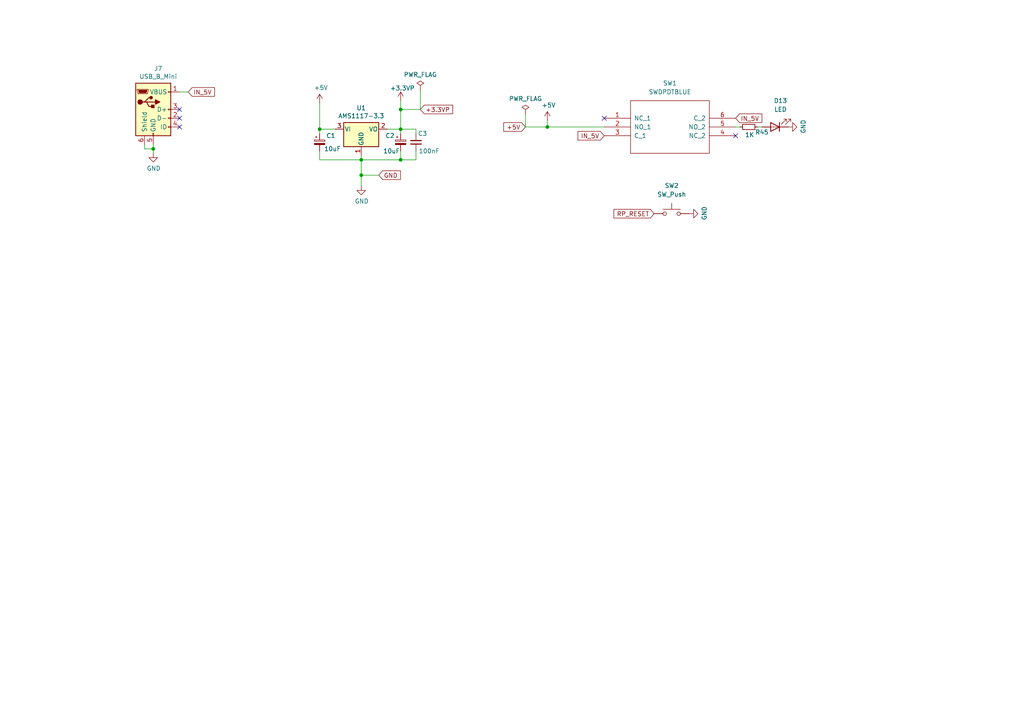
<source format=kicad_sch>
(kicad_sch (version 20211123) (generator eeschema)
  (paper "A4")
  (title_block (title "Calypso") (date "2024-08-10") (rev "0.2"))
  (lib_symbols
    (symbol "Connector:USB_B_Mini" (pin_names (offset 1.016))
      (property "Reference" "J" (at -5.08 11.43 0))
      (property "Value" "USB_B_Mini" (at -5.08 8.89 0))
      (symbol "USB_B_Mini_0_1"
        (rectangle (start -5.08 -7.62) (end 5.08 7.62) (stroke (width 0.254)) (fill (type background)))
        (circle (center -3.81 2.159) (radius 0.635) (stroke (width 0.254)) (fill (type outline)))
        (circle (center -0.635 3.429) (radius 0.381) (stroke (width 0.254)) (fill (type outline)))
        (rectangle (start -0.127 -7.62) (end 0.127 -6.858))
        (polyline (pts (xy -1.905 2.159) (xy 0.635 2.159)) (stroke (width 0.254)))
        (polyline (pts (xy -3.175 2.159) (xy -2.54 2.159) (xy -1.27 3.429) (xy -0.635 3.429)) (stroke (width 0.254)))
        (polyline (pts (xy -2.54 2.159) (xy -1.905 2.159) (xy -1.27 0.889) (xy 0 0.889)) (stroke (width 0.254)))
        (polyline (pts (xy 0.635 2.794) (xy 0.635 1.524) (xy 1.905 2.159) (xy 0.635 2.794)) (stroke (width 0.254)) (fill (type outline)))
        (polyline (pts (xy -4.318 5.588) (xy -1.778 5.588) (xy -2.032 4.826) (xy -4.064 4.826) (xy -4.318 5.588)) (fill (type outline)))
        (polyline (pts (xy -4.699 5.842) (xy -4.699 5.588) (xy -4.445 4.826) (xy -4.445 4.572) (xy -1.651 4.572) (xy -1.651 4.826) (xy -1.397 5.588) (xy -1.397 5.842) (xy -4.699 5.842)))
        (rectangle (start 0.254 1.27) (end -0.508 0.508) (stroke (width 0.254)) (fill (type outline)))
        (rectangle (start 5.08 -5.207) (end 4.318 -4.953))
        (rectangle (start 5.08 -2.667) (end 4.318 -2.413))
        (rectangle (start 5.08 -0.127) (end 4.318 0.127))
        (rectangle (start 5.08 4.953) (end 4.318 5.207))
      )
      (symbol "USB_B_Mini_1_1"
        (pin power_out line (at 7.62 5.08 180) (length 2.54) (name "VBUS") (number "1"))
        (pin bidirectional line (at 7.62 -2.54 180) (length 2.54) (name "D-") (number "2"))
        (pin bidirectional line (at 7.62 0 180) (length 2.54) (name "D+") (number "3"))
        (pin passive line (at 7.62 -5.08 180) (length 2.54) (name "ID") (number "4"))
        (pin power_out line (at 0 -10.16 90) (length 2.54) (name "GND") (number "5"))
        (pin passive line (at -2.54 -10.16 90) (length 2.54) (name "Shield") (number "6"))
      )
    )
    (symbol "Device:C_Polarized_Small" (pin_numbers hide) (pin_names (offset 0.254) hide)
      (property "Reference" "C" (at 0.254 1.778 0))
      (property "Value" "C_Polarized_Small" (at 0.254 -2.032 0))
      (symbol "C_Polarized_Small_0_1"
        (rectangle (start -1.524 -0.3048) (end 1.524 -0.6858) (fill (type outline)))
        (rectangle (start -1.524 0.6858) (end 1.524 0.3048))
        (polyline (pts (xy -1.27 1.524) (xy -0.762 1.524)))
        (polyline (pts (xy -1.016 1.27) (xy -1.016 1.778)))
      )
      (symbol "C_Polarized_Small_1_1"
        (pin passive line (at 0 2.54 270) (length 1.8542) (name "~") (number "1"))
        (pin passive line (at 0 -2.54 90) (length 1.8542) (name "~") (number "2"))
      )
    )
    (symbol "Device:C_Small" (pin_numbers hide) (pin_names (offset 0.254) hide)
      (property "Reference" "C" (at 0.254 1.778 0))
      (property "Value" "C_Small" (at 0.254 -2.032 0))
      (symbol "C_Small_0_1"
        (polyline (pts (xy -1.524 -0.508) (xy 1.524 -0.508)) (stroke (width 0.3302)))
        (polyline (pts (xy -1.524 0.508) (xy 1.524 0.508)) (stroke (width 0.3048)))
      )
      (symbol "C_Small_1_1"
        (pin passive line (at 0 2.54 270) (length 2.032) (name "~") (number "1"))
        (pin passive line (at 0 -2.54 90) (length 2.032) (name "~") (number "2"))
      )
    )
    (symbol "Device:LED" (pin_numbers hide) (pin_names (offset 1.016) hide)
      (property "Reference" "D" (at 0 2.54 0))
      (property "Value" "LED" (at 0 -2.54 0))
      (symbol "LED_0_1"
        (polyline (pts (xy -1.27 -1.27) (xy -1.27 1.27)) (stroke (width 0.254)))
        (polyline (pts (xy -1.27 0) (xy 1.27 0)))
        (polyline (pts (xy 1.27 -1.27) (xy 1.27 1.27) (xy -1.27 0) (xy 1.27 -1.27)) (stroke (width 0.254)))
        (polyline (pts (xy -3.048 -0.762) (xy -4.572 -2.286) (xy -3.81 -2.286) (xy -4.572 -2.286) (xy -4.572 -1.524)))
        (polyline (pts (xy -1.778 -0.762) (xy -3.302 -2.286) (xy -2.54 -2.286) (xy -3.302 -2.286) (xy -3.302 -1.524)))
      )
      (symbol "LED_1_1"
        (pin passive line (at -3.81 0 0) (length 2.54) (name "K") (number "1"))
        (pin passive line (at 3.81 0 180) (length 2.54) (name "A") (number "2"))
      )
    )
    (symbol "Device:R_Small" (pin_numbers hide) (pin_names (offset 0.254) hide)
      (property "Reference" "R" (at 0.762 0.508 0))
      (property "Value" "R_Small" (at 0.762 -1.016 0))
      (symbol "R_Small_0_1"
        (rectangle (start -0.762 1.778) (end 0.762 -1.778) (stroke (width 0.2032)))
      )
      (symbol "R_Small_1_1"
        (pin passive line (at 0 2.54 270) (length 0.762) (name "~") (number "1"))
        (pin passive line (at 0 -2.54 90) (length 0.762) (name "~") (number "2"))
      )
    )
    (symbol "Regulator_Linear:AMS1117-3.3" (pin_names (offset 0.254))
      (property "Reference" "U" (at -3.81 3.175 0))
      (property "Value" "AMS1117-3.3" (at 0 3.175 0))
      (symbol "AMS1117-3.3_0_1"
        (rectangle (start -5.08 -5.08) (end 5.08 1.905) (stroke (width 0.254)) (fill (type background)))
      )
      (symbol "AMS1117-3.3_1_1"
        (pin power_in line (at 0 -7.62 90) (length 2.54) (name "GND") (number "1"))
        (pin power_out line (at 7.62 0 180) (length 2.54) (name "VO") (number "2"))
        (pin power_in line (at -7.62 0 0) (length 2.54) (name "VI") (number "3"))
      )
    )
    (symbol "Switch:SW_Push" (pin_numbers hide) (pin_names (offset 1.016) hide)
      (property "Reference" "SW" (at 1.27 2.54 0))
      (property "Value" "SW_Push" (at 0 -1.524 0))
      (symbol "SW_Push_0_1"
        (circle (center -2.032 0) (radius 0.508))
        (polyline (pts (xy 0 1.27) (xy 0 3.048)))
        (polyline (pts (xy 2.54 1.27) (xy -2.54 1.27)))
        (circle (center 2.032 0) (radius 0.508))
        (pin passive line (at -5.08 0 0) (length 2.54) (name "1") (number "1"))
        (pin passive line (at 5.08 0 180) (length 2.54) (name "2") (number "2"))
      )
    )
    (symbol "calypso-addons:SWDPDTBLUE" (pin_names (offset 1.016))
      (property "Reference" "SW" (at 0 -2.54 0))
      (property "Value" "SWDPDTBLUE" (at 0 2.54 0))
      (symbol "SWDPDTBLUE_1_0"
        (rectangle (start -11.43 -7.62) (end 11.43 7.62))
      )
      (symbol "SWDPDTBLUE_1_1"
        (pin output line (at -19.05 2.54 0) (length 7.62) (name "NC_1") (number "1"))
        (pin output line (at -19.05 0 0) (length 7.62) (name "NO_1") (number "2"))
        (pin input line (at -19.05 -2.54 0) (length 7.62) (name "C_1") (number "3"))
        (pin output line (at 19.05 -2.54 180) (length 7.62) (name "NC_2") (number "4"))
        (pin output line (at 19.05 0 180) (length 7.62) (name "NO_2") (number "5"))
        (pin input line (at 19.05 2.54 180) (length 7.62) (name "C_2") (number "6"))
      )
    )
    (symbol "power:+3.3VP" (power) (pin_names (offset 0))
      (property "Value" "+3.3VP" (at 0 2.54 0))
      (symbol "+3.3VP_0_0"
        (pin power_in line (at 0 0 90) (length 0) hide (name "+3.3VP") (number "1"))
      )
      (symbol "+3.3VP_0_1"
        (polyline (pts (xy -0.762 1.27) (xy 0 2.54)))
        (polyline (pts (xy 0 0) (xy 0 2.54)))
        (polyline (pts (xy 0 2.54) (xy 0.762 1.27)))
      )
    )
    (symbol "power:+5V" (power) (pin_names (offset 0))
      (property "Value" "+5V" (at 0 3.556 0))
      (symbol "+5V_0_1"
        (polyline (pts (xy -0.762 1.27) (xy 0 2.54)))
        (polyline (pts (xy 0 0) (xy 0 2.54)))
        (polyline (pts (xy 0 2.54) (xy 0.762 1.27)))
      )
      (symbol "+5V_1_1"
        (pin power_in line (at 0 0 90) (length 0) hide (name "+5V") (number "1"))
      )
    )
    (symbol "power:GND" (power) (pin_names (offset 0))
      (property "Value" "GND" (at 0 -3.81 0))
      (symbol "GND_0_1"
        (polyline (pts (xy 0 0) (xy 0 -1.27) (xy 1.27 -1.27) (xy 0 -2.54) (xy -1.27 -1.27) (xy 0 -1.27)))
      )
      (symbol "GND_1_1"
        (pin power_in line (at 0 0 270) (length 0) hide (name "GND") (number "1"))
      )
    )
    (symbol "power:PWR_FLAG" (power) (pin_numbers hide) (pin_names (offset 0) hide)
      (property "Value" "PWR_FLAG" (at 0 3.81 0))
      (symbol "PWR_FLAG_0_0"
        (pin power_out line (at 0 0 90) (length 0) (name "pwr") (number "1"))
      )
      (symbol "PWR_FLAG_0_1"
        (polyline (pts (xy 0 0) (xy 0 1.27) (xy -1.016 1.905) (xy 0 2.54) (xy 1.016 1.905) (xy 0 1.27)))
      )
    )
  )
  (junction (at 116.205 31.75))
  (junction (at 116.205 37.465))
  (junction (at 104.775 46.355))
  (junction (at 116.205 46.355))
  (junction (at 44.45 43.18))
  (junction (at 92.71 37.465))
  (junction (at 158.75 36.83))
  (junction (at 104.775 50.8))
  (no_connect (at 52.07 34.29))
  (no_connect (at 52.07 36.83))
  (no_connect (at 213.36 39.37))
  (no_connect (at 175.26 34.29))
  (no_connect (at 52.07 31.75))
  (wire (pts (xy 92.71 37.465) (xy 92.71 38.735)))
  (wire (pts (xy 116.205 43.815) (xy 116.205 46.355)))
  (wire (pts (xy 92.71 46.355) (xy 92.71 43.815)))
  (wire (pts (xy 97.155 37.465) (xy 92.71 37.465)))
  (wire (pts (xy 116.205 46.355) (xy 120.65 46.355)))
  (wire (pts (xy 120.65 37.465) (xy 116.205 37.465)))
  (wire (pts (xy 41.91 41.91) (xy 41.91 43.18)))
  (wire (pts (xy 116.205 29.21) (xy 116.205 31.75)))
  (wire (pts (xy 219.71 36.83) (xy 220.98 36.83)))
  (wire (pts (xy 104.775 46.355) (xy 92.71 46.355)))
  (wire (pts (xy 52.07 26.67) (xy 54.61 26.67)))
  (wire (pts (xy 92.71 29.845) (xy 92.71 37.465)))
  (wire (pts (xy 104.775 50.8) (xy 109.855 50.8)))
  (wire (pts (xy 104.775 50.8) (xy 104.775 53.975)))
  (wire (pts (xy 152.4 36.83) (xy 152.4 33.02)))
  (wire (pts (xy 120.65 38.735) (xy 120.65 37.465)))
  (wire (pts (xy 44.45 43.18) (xy 44.45 44.45)))
  (wire (pts (xy 112.395 37.465) (xy 116.205 37.465)))
  (wire (pts (xy 121.92 26.035) (xy 121.92 31.75)))
  (wire (pts (xy 41.91 43.18) (xy 44.45 43.18)))
  (wire (pts (xy 158.75 36.83) (xy 152.4 36.83)))
  (wire (pts (xy 213.36 36.83) (xy 214.63 36.83)))
  (wire (pts (xy 104.775 45.085) (xy 104.775 46.355)))
  (wire (pts (xy 121.92 31.75) (xy 116.205 31.75)))
  (wire (pts (xy 158.75 36.83) (xy 158.75 34.925)))
  (wire (pts (xy 116.205 31.75) (xy 116.205 37.465)))
  (wire (pts (xy 104.775 46.355) (xy 104.775 50.8)))
  (wire (pts (xy 44.45 41.91) (xy 44.45 43.18)))
  (wire (pts (xy 104.775 46.355) (xy 116.205 46.355)))
  (wire (pts (xy 120.65 43.815) (xy 120.65 46.355)))
  (wire (pts (xy 175.26 36.83) (xy 158.75 36.83)))
  (wire (pts (xy 116.205 37.465) (xy 116.205 38.735)))
  (global_label "IN_5V" (shape input) (at 54.61 26.67 0) (property "Intersheet References" "${INTERSHEET_REFS}" (effects hide)))
  (global_label "+5V" (shape input) (at 152.4 36.83 180) (property "Intersheet References" "${INTERSHEET_REFS}" (effects hide)))
  (global_label "IN_5V" (shape input) (at 175.26 39.37 180) (property "Intersheet References" "${INTERSHEET_REFS}" (effects hide)))
  (global_label "RP_RESET" (shape input) (at 189.738 61.976 180) (property "Intersheet References" "${INTERSHEET_REFS}" (effects hide)))
  (global_label "IN_5V" (shape input) (at 213.36 34.29 0) (property "Intersheet References" "${INTERSHEET_REFS}" (effects hide)))
  (global_label "+3.3VP" (shape input) (at 121.92 31.75 0) (property "Intersheet References" "${INTERSHEET_REFS}" (effects hide)))
  (global_label "GND" (shape input) (at 109.855 50.8 0) (property "Intersheet References" "${INTERSHEET_REFS}" (effects hide)))
  (symbol (lib_id "Connector:USB_B_Mini") (at 44.45 31.75 0) (unit 1)
    (property "Reference" "J7" (at 45.8978 19.8882 0))
    (property "Value" "USB_B_Mini" (at 45.8978 22.1996 0))
    (property "Footprint" "Connector_USB:USB_Mini-B_Wuerth_65100516121_Horizontal" (effects hide))
  )
  (symbol (lib_id "Device:C_Small") (at 120.65 41.275 180) (unit 1)
    (property "Reference" "C3" (at 122.555 38.735 0))
    (property "Value" "100nF" (at 124.46 43.815 0))
    (property "Footprint" "Capacitor_SMD:C_1206_3216Metric_Pad1.33x1.80mm_HandSolder" (effects hide))
  )
  (symbol (lib_id "power:PWR_FLAG") (at 152.4 33.02 0) (unit 1)
    (property "Reference" "#FLG02" (effects hide))
    (property "Value" "PWR_FLAG" (at 152.4 28.6258 0))
  )
  (symbol (lib_id "Device:C_Polarized_Small") (at 92.71 41.275 0) (unit 1)
    (property "Reference" "C1" (at 94.615 39.37 0) (effects (justify left)))
    (property "Value" "10uF" (at 93.98 43.18 0) (effects (justify left)))
    (property "Footprint" "Capacitor_Tantalum_SMD:CP_EIA-3216-12_Kemet-S_Pad1.58x1.35mm_HandSolder" (effects hide))
  )
  (symbol (lib_id "calypso-addons:SWDPDTBLUE") (at 194.31 36.83 0) (unit 1)
    (property "Reference" "SW1" (at 194.31 24.13 0))
    (property "Value" "SWDPDTBLUE" (at 194.31 26.67 0))
    (property "Footprint" "conn-ext:SW_PUSH_x2" (effects hide))
    (property "Datasheet" "DOCUMENTATION" (effects hide))
  )
  (symbol (lib_id "Regulator_Linear:AMS1117-3.3") (at 104.775 37.465 0) (unit 1)
    (property "Reference" "U1" (at 104.775 31.3182 0))
    (property "Value" "AMS1117-3.3" (at 104.775 33.6296 0))
    (property "Footprint" "Package_TO_SOT_SMD:SOT-223-3_TabPin2" (effects hide))
    (property "Datasheet" "http://www.advanced-monolithic.com/pdf/ds1117.pdf" (effects hide))
  )
  (symbol (lib_id "power:+5V") (at 158.75 34.925 0) (unit 1)
    (property "Reference" "#PWR09" (effects hide))
    (property "Value" "+5V" (at 159.131 30.5308 0))
  )
  (symbol (lib_id "power:GND") (at 44.45 44.45 0) (unit 1)
    (property "Reference" "#PWR05" (effects hide))
    (property "Value" "GND" (at 44.577 48.8442 0))
  )
  (symbol (lib_id "power:GND") (at 228.6 36.83 90) (unit 1)
    (property "Reference" "#PWR01" (effects hide))
    (property "Value" "GND" (at 232.9942 36.703 0))
  )
  (symbol (lib_id "power:+3.3VP") (at 116.205 29.21 0) (unit 1)
    (property "Reference" "#PWR08" (effects hide))
    (property "Value" "+3.3VP" (at 116.713 25.5778 0))
  )
  (symbol (lib_id "power:GND") (at 199.898 61.976 90) (unit 1)
    (property "Reference" "#PWR013" (effects hide))
    (property "Value" "GND" (at 204.2922 61.849 0))
  )
  (symbol (lib_id "power:PWR_FLAG") (at 121.92 26.035 0) (unit 1)
    (property "Reference" "#FLG01" (effects hide))
    (property "Value" "PWR_FLAG" (at 121.92 21.6408 0))
  )
  (symbol (lib_id "Device:C_Polarized_Small") (at 116.205 41.275 0) (unit 1)
    (property "Reference" "C2" (at 111.76 39.37 0) (effects (justify left)))
    (property "Value" "10uF" (at 111.125 43.815 0) (effects (justify left)))
    (property "Footprint" "Capacitor_Tantalum_SMD:CP_EIA-3216-12_Kemet-S_Pad1.58x1.35mm_HandSolder" (effects hide))
  )
  (symbol (lib_id "power:+5V") (at 92.71 29.845 0) (unit 1)
    (property "Reference" "#PWR06" (effects hide))
    (property "Value" "+5V" (at 93.091 25.4508 0))
  )
  (symbol (lib_id "power:GND") (at 104.775 53.975 0) (unit 1)
    (property "Reference" "#PWR07" (effects hide))
    (property "Value" "GND" (at 104.902 58.3692 0))
  )
  (symbol (lib_id "Device:R_Small") (at 217.17 36.83 90) (unit 1)
    (property "Reference" "R45" (at 220.98 38.354 90))
    (property "Value" "1K" (at 217.424 39.116 90))
    (property "Footprint" "Resistor_SMD:R_1206_3216Metric_Pad1.30x1.75mm_HandSolder" (effects hide))
  )
  (symbol (lib_id "Switch:SW_Push") (at 194.818 61.976 0) (unit 1)
    (property "Reference" "SW2" (at 194.818 53.848 0))
    (property "Value" "SW_Push" (at 194.818 56.388 0))
    (property "Footprint" "Button_Switch_THT:SW_PUSH_6mm_H4.3mm" (effects hide))
  )
  (symbol (lib_id "Device:LED") (at 224.79 36.83 180) (unit 1)
    (property "Reference" "D13" (at 226.3775 29.21 0))
    (property "Value" "LED" (at 226.3775 31.75 0))
    (property "Footprint" "LED_SMD:LED_1206_3216Metric_Pad1.42x1.75mm_HandSolder" (effects hide))
  )
)
</source>
